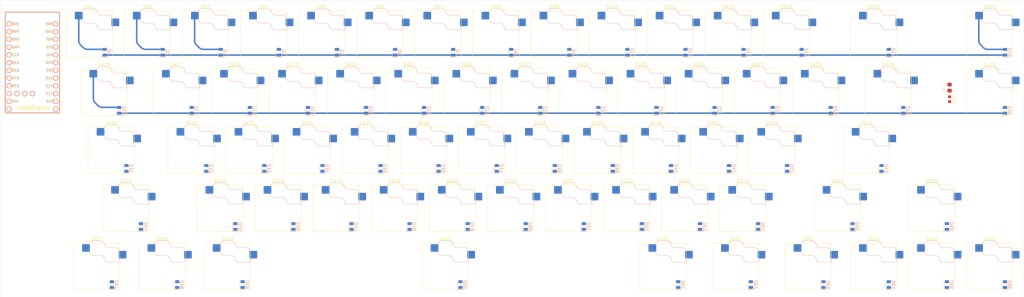
<source format=kicad_pcb>
(kicad_pcb (version 20240108) (generator "pcbnew") (generator_version "8.0")
  (layers (0 "F.Cu" signal) (31 "B.Cu" signal) (34 "B.Paste" user) (35 "F.Paste" user) (36 "B.SilkS" user "B.Silkscreen") (37 "F.SilkS" user "F.Silkscreen") (38 "B.Mask" user) (39 "F.Mask" user) (44 "Edge.Cuts" user))
  (net 0 "")
  (net 1 "Net-(D1-A)")
  (net 2 "ROW0")
  (net 3 "Net-(D2-A)")
  (net 4 "Net-(D3-A)")
  (net 5 "Net-(D4-A)")
  (net 6 "Net-(D5-A)")
  (net 7 "Net-(D6-A)")
  (net 8 "Net-(D7-A)")
  (net 9 "Net-(D8-A)")
  (net 10 "Net-(D9-A)")
  (net 11 "Net-(D10-A)")
  (net 12 "Net-(D11-A)")
  (net 13 "Net-(D12-A)")
  (net 14 "Net-(D13-A)")
  (net 15 "Net-(D14-A)")
  (net 16 "Net-(D15-A)")
  (net 17 "ROW1")
  (net 18 "Net-(D16-A)")
  (net 19 "Net-(D17-A)")
  (net 20 "Net-(D18-A)")
  (net 21 "Net-(D19-A)")
  (net 22 "Net-(D20-A)")
  (net 23 "Net-(D21-A)")
  (net 24 "Net-(D22-A)")
  (net 25 "Net-(D23-A)")
  (net 26 "Net-(D24-A)")
  (net 27 "Net-(D25-A)")
  (net 28 "Net-(D26-A)")
  (net 29 "Net-(D27-A)")
  (net 30 "Net-(D28-A)")
  (net 31 "ROW2")
  (net 32 "Net-(D29-A)")
  (net 33 "Net-(D30-A)")
  (net 34 "Net-(D31-A)")
  (net 35 "Net-(D32-A)")
  (net 36 "Net-(D33-A)")
  (net 37 "Net-(D34-A)")
  (net 38 "Net-(D35-A)")
  (net 39 "Net-(D36-A)")
  (net 40 "Net-(D37-A)")
  (net 41 "Net-(D38-A)")
  (net 42 "Net-(D39-A)")
  (net 43 "Net-(D40-A)")
  (net 44 "Net-(D41-A)")
  (net 45 "Net-(D42-A)")
  (net 46 "ROW3")
  (net 47 "Net-(D43-A)")
  (net 48 "Net-(D44-A)")
  (net 49 "Net-(D45-A)")
  (net 50 "Net-(D46-A)")
  (net 51 "Net-(D47-A)")
  (net 52 "Net-(D48-A)")
  (net 53 "Net-(D49-A)")
  (net 54 "Net-(D50-A)")
  (net 55 "Net-(D51-A)")
  (net 56 "Net-(D52-A)")
  (net 57 "Net-(D53-A)")
  (net 58 "Net-(D54-A)")
  (net 59 "Net-(D55-A)")
  (net 60 "Net-(D56-A)")
  (net 61 "ROW4")
  (net 62 "Net-(D57-A)")
  (net 63 "Net-(D58-A)")
  (net 64 "Net-(D59-A)")
  (net 65 "Net-(D60-A)")
  (net 66 "Net-(D61-A)")
  (net 67 "Net-(D62-A)")
  (net 68 "Net-(D63-A)")
  (net 69 "Net-(D64-A)")
  (net 70 "Net-(D65-A)")
  (net 71 "Net-(D66-A)")
  (net 72 "COL0")
  (net 73 "COL1")
  (net 74 "COL2")
  (net 75 "COL3")
  (net 76 "COL4")
  (net 77 "COL5")
  (net 78 "COL6")
  (net 79 "COL7")
  (net 80 "COL8")
  (net 81 "COL9")
  (net 82 "COL10")
  (net 83 "COL11")
  (net 84 "COL12")
  (net 85 "COL13")
  (net 87 "CAPS_LED")
  (net 88 "Net-(D67-K)")
  (net 91 "COL14")
  (net 95 "GND")
  (footprint "PCM_Switch_Keyboard_Hotswap_Kailh:SW_Hotswap_Kailh_Choc_V1V2_6.25u" (layer "F.Cu") (at 155.98125 125.8)
    (property "Reference" "SW60")
    (property "Value" "SW_Push")
  )
  (footprint "PCM_Switch_Keyboard_Hotswap_Kailh:SW_Hotswap_Kailh_Choc_V1V2" (layer "F.Cu") (at 229.8 49.6)
    (property "Reference" "SW11")
    (property "Value" "SW_Push")
  )
  (footprint "PCM_Switch_Keyboard_Hotswap_Kailh:SW_Hotswap_Kailh_Choc_V1V2" (layer "F.Cu") (at 315.525 125.8)
    (property "Reference" "SW65")
    (property "Value" "SW_Push")
  )
  (footprint "PCM_Switch_Keyboard_Hotswap_Kailh:SW_Hotswap_Kailh_Choc_V1V2" (layer "F.Cu") (at 191.7 49.6)
    (property "Reference" "SW9")
    (property "Value" "SW_Push")
  )
  (footprint "PCM_Switch_Keyboard_Hotswap_Kailh:SW_Hotswap_Kailh_Choc_V1V2" (layer "F.Cu") (at 158.3625 106.75)
    (property "Reference" "SW49")
    (property "Value" "SW_Push")
  )
  (footprint "PCM_Switch_Keyboard_Hotswap_Kailh:SW_Hotswap_Kailh_Choc_V1V2" (layer "F.Cu") (at 267.9 49.6)
    (property "Reference" "SW13")
    (property "Value" "SW_Push")
  )
  (footprint "PCM_Switch_Keyboard_Hotswap_Kailh:SW_Hotswap_Kailh_Choc_V1V2_2.25u" (layer "F.Cu") (at 51.20625 106.75)
    (property "Reference" "SW44")
    (property "Value" "SW_Push")
  )
  (footprint "PCM_Switch_Keyboard_Hotswap_Kailh:SW_Hotswap_Kailh_Choc_V1V2" (layer "F.Cu") (at 196.4625 106.75)
    (property "Reference" "SW51")
    (property "Value" "SW_Push")
  )
  (footprint "PCM_Switch_Keyboard_Hotswap_Kailh:SW_Hotswap_Kailh_Choc_V1V2" (layer "F.Cu") (at 225.0375 87.7)
    (property "Reference" "SW40")
    (property "Value" "SW_Push")
  )
  (footprint "PCM_Switch_Keyboard_Hotswap_Kailh:SW_Hotswap_Kailh_Choc_V1V2" (layer "F.Cu") (at 294.09375 87.7)
    (property "Reference" "SW43")
    (property "Value" "SW_Push")
  )
  (footprint "PCM_Switch_Keyboard_Hotswap_Kailh:SW_Hotswap_Kailh_Choc_V1V2" (layer "F.Cu") (at 153.6 49.6)
    (property "Reference" "SW7")
    (property "Value" "SW_Push")
  )
  (footprint "PCM_Switch_Keyboard_Hotswap_Kailh:SW_Hotswap_Kailh_Choc_V1V2" (layer "F.Cu") (at 251.23125 125.8)
    (property "Reference" "SW62")
    (property "Value" "SW_Push")
  )
  (footprint "PCM_Switch_Keyboard_Hotswap_Kailh:SW_Hotswap_Kailh_Choc_V1V2" (layer "F.Cu") (at 44.0625 68.65)
    (property "Reference" "SW16")
    (property "Value" "SW_Push")
  )
  (footprint "PCM_Switch_Keyboard_Hotswap_Kailh:SW_Hotswap_Kailh_Choc_V1V2" (layer "F.Cu") (at 58.35 49.6)
    (property "Reference" "SW2")
    (property "Value" "SW_Push")
  )
  (footprint "PCM_Switch_Keyboard_Hotswap_Kailh:SW_Hotswap_Kailh_Choc_V1V2" (layer "F.Cu") (at 120.2625 106.75)
    (property "Reference" "SW47")
    (property "Value" "SW_Push")
  )
  (footprint "PCM_Switch_Keyboard_Hotswap_Kailh:SW_Hotswap_Kailh_Choc_V1V2" (layer "F.Cu") (at 182.175 68.65)
    (property "Reference" "SW23")
    (property "Value" "SW_Push")
  )
  (footprint "PCM_Switch_Keyboard_Hotswap_Kailh:SW_Hotswap_Kailh_Choc_V1V2" (layer "F.Cu") (at 210.75 49.6)
    (property "Reference" "SW10")
    (property "Value" "SW_Push")
  )
  (footprint "PCM_Switch_Keyboard_Hotswap_Kailh:SW_Hotswap_Kailh_Choc_V1V2" (layer "F.Cu") (at 46.44375 87.7)
    (property "Reference" "SW31")
    (property "Value" "SW_Push")
  )
  (footprint "PCM_Switch_Keyboard_Hotswap_Kailh:SW_Hotswap_Kailh_Choc_V1V2" (layer "F.Cu") (at 82.1625 106.75)
    (property "Reference" "SW45")
    (property "Value" "SW_Push")
  )
  (footprint "PCM_Switch_Keyboard_Hotswap_Kailh:SW_Hotswap_Kailh_Choc_V1V2" (layer "F.Cu") (at 172.65 49.6)
    (property "Reference" "SW8")
    (property "Value" "SW_Push")
  )
  (footprint "PCM_Switch_Keyboard_Hotswap_Kailh:SW_Hotswap_Kailh_Choc_V1V2" (layer "F.Cu") (at 129.7875 87.7)
    (property "Reference" "SW35")
    (property "Value" "SW_Push")
  )
  (footprint "PCM_Switch_Keyboard_Hotswap_Kailh:SW_Hotswap_Kailh_Choc_V1V2" (layer "F.Cu") (at 41.68125 125.8)
    (property "Reference" "SW57")
    (property "Value" "SW_Push")
  )
  (footprint "PCM_Switch_Keyboard_Hotswap_Kailh:SW_Hotswap_Kailh_Choc_V1V2" (layer "F.Cu") (at 220.275 68.65)
    (property "Reference" "SW25")
    (property "Value" "SW_Push")
  )
  (footprint "PCM_Switch_Keyboard_Hotswap_Kailh:SW_Hotswap_Kailh_Choc_V1V2" (layer "F.Cu") (at 105.975 68.65)
    (property "Reference" "SW19")
    (property "Value" "SW_Push")
  )
  (footprint "PCM_Switch_Keyboard_Hotswap_Kailh:SW_Hotswap_Kailh_Choc_V1V2" (layer "F.Cu") (at 163.125 68.65)
    (property "Reference" "SW22")
    (property "Value" "SW_Push")
  )
  (footprint "PCM_Switch_Keyboard_Hotswap_Kailh:SW_Hotswap_Kailh_Choc_V1V2" (layer "F.Cu") (at 234.5625 106.75)
    (property "Reference" "SW53")
    (property "Value" "SW_Push")
  )
  (footprint "PCM_Switch_Keyboard_Hotswap_Kailh:SW_Hotswap_Kailh_Choc_V1V2" (layer "F.Cu") (at 63.1125 125.8)
    (property "Reference" "SW58")
    (property "Value" "SW_Push")
  )
  (footprint "PCM_Switch_Keyboard_Hotswap_Kailh:SW_Hotswap_Kailh_Choc_V1V2" (layer "F.Cu") (at 253.6125 106.75)
    (property "Reference" "SW54")
    (property "Value" "SW_Push")
  )
  (footprint "PCM_Switch_Keyboard_Hotswap_Kailh:SW_Hotswap_Kailh_Choc_V1V2" (layer "F.Cu") (at 263.1375 87.7)
    (property "Reference" "SW42")
    (property "Value" "SW_Push")
  )
  (footprint "PCM_Switch_Keyboard_Hotswap_Kailh:SW_Hotswap_Kailh_Choc_V1V2" (layer "F.Cu") (at 167.8875 87.7)
    (property "Reference" "SW37")
    (property "Value" "SW_Push")
  )
  (footprint "PCM_Switch_Keyboard_Hotswap_Kailh:SW_Hotswap_Kailh_Choc_V1V2" (layer "F.Cu") (at 186.9375 87.7)
    (property "Reference" "SW38")
    (property "Value" "SW_Push")
  )
  (footprint "PCM_Switch_Keyboard_Hotswap_Kailh:SW_Hotswap_Kailh_Choc_V1V2" (layer "F.Cu") (at 139.3125 106.75)
    (property "Reference" "SW48")
    (property "Value" "SW_Push")
  )
  (footprint "PCM_Switch_Keyboard_Hotswap_Kailh:SW_Hotswap_Kailh_Choc_V1V2" (layer "F.Cu") (at 275.04375 125.8)
    (property "Reference" "SW63")
    (property "Value" "SW_Push")
  )
  (footprint "PCM_Switch_Keyboard_Hotswap_Kailh:SW_Hotswap_Kailh_Choc_V1V2" (layer "F.Cu") (at 84.54375 125.8)
    (property "Reference" "SW59")
    (property "Value" "SW_Push")
  )
  (footprint "PCM_Switch_Keyboard_Hotswap_Kailh:SW_Hotswap_Kailh_Choc_V1V2" (layer "F.Cu") (at 91.6875 87.7)
    (property "Reference" "SW33")
    (property "Value" "SW_Push")
  )
  (footprint "PCM_Switch_Keyboard_Hotswap_Kailh:SW_Hotswap_Kailh_Choc_V1V2" (layer "F.Cu") (at 205.9875 87.7)
    (property "Reference" "SW39")
    (property "Value" "SW_Push")
  )
  (footprint "PCM_Switch_Keyboard_Hotswap_Kailh:SW_Hotswap_Kailh_Choc_V1V2_2.25u" (layer "F.Cu") (at 284.56875 106.75)
    (property "Reference" "SW55")
    (property "Value" "SW_Push")
  )
  (footprint "PCM_Switch_Keyboard_Hotswap_Kailh:SW_Hotswap_Kailh_Choc_V1V2" (layer "F.Cu") (at 39.3 49.6)
    (property "Reference" "SW1")
    (property "Value" "SW_Push")
  )
  (footprint "PCM_Switch_Keyboard_Hotswap_Kailh:SW_Hotswap_Kailh_Choc_V1V2" (layer "F.Cu") (at 334.575 125.8)
    (property "Reference" "SW66")
    (property "Value" "SW_Push")
  )
  (footprint "PCM_Switch_Keyboard_Hotswap_Kailh:SW_Hotswap_Kailh_Choc_V1V2" (layer "F.Cu") (at 296.475 49.6)
    (property "Reference" "SW14")
    (property "Value" "SW_Push")
  )
  (footprint "PCM_Switch_Keyboard_Hotswap_Kailh:SW_Hotswap_Kailh_Choc_V1V2" (layer "F.Cu") (at 115.5 49.6)
    (property "Reference" "SW5")
    (property "Value" "SW_Push")
  )
  (footprint "PCM_Switch_Keyboard_Hotswap_Kailh:SW_Hotswap_Kailh_Choc_V1V2" (layer "F.Cu") (at 144.075 68.65)
    (property "Reference" "SW21")
    (property "Value" "SW_Push")
  )
  (footprint "PCM_Switch_Keyboard_Hotswap_Kailh:SW_Hotswap_Kailh_Choc_V1V2" (layer "F.Cu") (at 301.2375 68.65)
    (property "Reference" "SW29")
    (property "Value" "SW_Push")
  )
  (footprint "PCM_Switch_Keyboard_Hotswap_Kailh:SW_Hotswap_Kailh_Choc_V1V2" (layer "F.Cu") (at 277.425 68.65)
    (property "Reference" "SW28")
    (property "Value" "SW_Push")
  )
  (footprint "PCM_Switch_Keyboard_Hotswap_Kailh:SW_Hotswap_Kailh_Choc_V1V2" (layer "F.Cu") (at 101.2125 106.75)
    (property "Reference" "SW46")
    (property "Value" "SW_Push")
  )
  (footprint "PCM_Switch_Keyboard_Hotswap_Kailh:SW_Hotswap_Kailh_Choc_V1V2" (layer "F.Cu") (at 258.375 68.65)
    (property "Reference" "SW27")
    (property "Value" "SW_Push")
  )
  (footprint "Resistor_SMD:R_0805_2012Metric_Pad1.20x1.40mm_HandSolder" (layer "F.Cu") (at 321.4 67.2125 90)
    (property "Reference" "R1")
    (property "Value" "1k")
  )
  (footprint "PCM_Switch_Keyboard_Hotswap_Kailh:SW_Hotswap_Kailh_Choc_V1V2" (layer "F.Cu") (at 334.575 68.65)
    (property "Reference" "SW30")
    (property "Value" "SW_Push")
  )
  (footprint "PCM_Switch_Keyboard_Hotswap_Kailh:SW_Hotswap_Kailh_Choc_V1V2" (layer "F.Cu") (at 110.7375 87.7)
    (property "Reference" "SW34")
    (property "Value" "SW_Push")
  )
  (footprint "PCM_Switch_Keyboard_Hotswap_Kailh:SW_Hotswap_Kailh_Choc_V1V2" (layer "F.Cu") (at 248.85 49.6)
    (property "Reference" "SW12")
    (property "Value" "SW_Push")
  )
  (footprint "Nice!Nano:nice_nano" (layer "F.Cu") (at 20.62 60.27 -90)
    (property "Reference" "U1" (hide yes))
    (property "Value" "nice_nano" (hide yes))
  )
  (footprint "PCM_Switch_Keyboard_Hotswap_Kailh:SW_Hotswap_Kailh_Choc_V1V2" (layer "F.Cu") (at 72.6375 87.7)
    (property "Reference" "SW32")
    (property "Value" "SW_Push")
  )
  (footprint "PCM_Switch_Keyboard_Hotswap_Kailh:SW_Hotswap_Kailh_Choc_V1V2" (layer "F.Cu") (at 67.875 68.65)
    (property "Reference" "SW17")
    (property "Value" "SW_Push")
  )
  (footprint "PCM_Switch_Keyboard_Hotswap_Kailh:SW_Hotswap_Kailh_Choc_V1V2" (layer "F.Cu") (at 315.525 106.75)
    (property "Reference" "SW56")
    (property "Value" "SW_Push")
  )
  (footprint "PCM_Switch_Keyboard_Hotswap_Kailh:SW_Hotswap_Kailh_Choc_V1V2" (layer "F.Cu") (at 227.41875 125.8)
    (property "Reference" "SW61")
    (property "Value" "SW_Push")
  )
  (footprint "PCM_Switch_Keyboard_Hotswap_Kailh:SW_Hotswap_Kailh_Choc_V1V2" (layer "F.Cu") (at 201.225 68.65)
    (property "Reference" "SW24")
    (property "Value" "SW_Push")
  )
  (footprint "PCM_Switch_Keyboard_Hotswap_Kailh:SW_Hotswap_Kailh_Choc_V1V2" (layer "F.Cu") (at 96.45 49.6)
    (property "Reference" "SW4")
    (property "Value" "SW_Push")
  )
  (footprint "PCM_Switch_Keyboard_Hotswap_Kailh:SW_Hotswap_Kailh_Choc_V1V2" (layer "F.Cu") (at 215.5125 106.75)
    (property "Reference" "SW52")
    (property "Value" "SW_Push")
  )
  (footprint "PCM_Switch_Keyboard_Hotswap_Kailh:SW_Hotswap_Kailh_Choc_V1V2" (layer "F.Cu") (at 244.0875 87.7)
    (property "Reference" "SW41")
    (property "Value" "SW_Push")
  )
  (footprint "LED_SMD:LED_0603_1608Metric" (layer "F.Cu") (at 321.4 71 -90)
    (property "Reference" "D67")
    (property "Value" "LED")
  )
  (footprint "PCM_Switch_Keyboard_Hotswap_Kailh:SW_Hotswap_Kailh_Choc_V1V2" (layer "F.Cu") (at 334.575 49.6)
    (property "Reference" "SW15")
    (property "Value" "SW_Push")
  )
  (footprint "PCM_Switch_Keyboard_Hotswap_Kailh:SW_Hotswap_Kailh_Choc_V1V2" (layer "F.Cu") (at 177.4125 106.75)
    (property "Reference" "SW50")
    (property "Value" "SW_Push")
  )
  (footprint "PCM_Switch_Keyboard_Hotswap_Kailh:SW_Hotswap_Kailh_Choc_V1V2" (layer "F.Cu") (at 77.4 49.6)
    (property "Reference" "SW3")
    (property "Value" "SW_Push")
  )
  (footprint "PCM_Switch_Keyboard_Hotswap_Kailh:SW_Hotswap_Kailh_Choc_V1V2" (layer "F.Cu") (at 86.925 68.65)
    (property "Reference" "SW18")
    (property "Value" "SW_Push")
  )
  (footprint "PCM_Switch_Keyboard_Hotswap_Kailh:SW_Hotswap_Kailh_Choc_V1V2" (layer "F.Cu") (at 239.325 68.65)
    (property "Reference" "SW26")
    (property "Value" "SW_Push")
  )
  (footprint "PCM_Switch_Keyboard_Hotswap_Kailh:SW_Hotswap_Kailh_Choc_V1V2" (layer "F.Cu") (at 296.475 125.8)
    (property "Reference" "SW64")
    (property "Value" "SW_Push")
  )
  (footprint "PCM_Switch_Keyboard_Hotswap_Kailh:SW_Hotswap_Kailh_Choc_V1V2" (layer "F.Cu") (at 125.025 68.65)
    (property "Reference" "SW20")
    (property "Value" "SW_Push")
  )
  (footprint "PCM_Switch_Keyboard_Hotswap_Kailh:SW_Hotswap_Kailh_Choc_V1V2" (layer "F.Cu") (at 134.55 49.6)
    (property "Reference" "SW6")
    (property "Value" "SW_Push")
  )
  (footprint "PCM_Switch_Keyboard_Hotswap_Kailh:SW_Hotswap_Kailh_Choc_V1V2" (layer "F.Cu") (at 148.8375 87.7)
    (property "Reference" "SW36")
    (property "Value" "SW_Push")
  )
  (footprint "Diode_SMD:D_0805_2012Metric" (layer "B.Cu") (at 191.9375 93.7 90)
    (property "Reference" "D38")
    (property "Value" "CD4148W")
  )
  (footprint "Diode_SMD:D_0805_2012Metric" (layer "B.Cu") (at 299.09375 93.7 90)
    (property "Reference" "D43")
    (property "Value" "CD4148W")
  )
  (footprint "Diode_SMD:D_0805_2012Metric" (layer "B.Cu") (at 282.425 74.65 90)
    (property "Reference" "D28")
    (property "Value" "CD4148W")
  )
  (footprint "Diode_SMD:D_0805_2012Metric" (layer "B.Cu") (at 77.6375 93.7 90)
    (property "Reference" "D32")
    (property "Value" "CD4148W")
  )
  (footprint "Diode_SMD:D_0805_2012Metric" (layer "B.Cu") (at 339.575 55.6 90)
    (property "Reference" "D15")
    (property "Value" "CD4148W")
  )
  (footprint "Diode_SMD:D_0805_2012Metric" (layer "B.Cu") (at 230.0375 93.7 90)
    (property "Reference" "D40")
    (property "Value" "CD4148W")
  )
  (footprint "Diode_SMD:D_0805_2012Metric" (layer "B.Cu") (at 89.54375 131.8 90)
    (property "Reference" "D59")
    (property "Value" "CD4148W")
  )
  (footprint "Diode_SMD:D_0805_2012Metric" (layer "B.Cu") (at 210.9875 93.7 90)
    (property "Reference" "D39")
    (property "Value" "CD4148W")
  )
  (footprint "Diode_SMD:D_0805_2012Metric" (layer "B.Cu") (at 96.6875 93.7 90)
    (property "Reference" "D33")
    (property "Value" "CD4148W")
  )
  (footprint "Diode_SMD:D_0805_2012Metric" (layer "B.Cu") (at 306.2375 74.65 90)
    (property "Reference" "D29")
    (property "Value" "CD4148W")
  )
  (footprint "Diode_SMD:D_0805_2012Metric" (layer "B.Cu") (at 253.85 55.6 90)
    (property "Reference" "D12")
    (property "Value" "CD4148W")
  )
  (footprint "Diode_SMD:D_0805_2012Metric" (layer "B.Cu") (at 289.56875 112.75 90)
    (property "Reference" "D55")
    (property "Value" "CD4148W")
  )
  (footprint "Diode_SMD:D_0805_2012Metric" (layer "B.Cu") (at 172.8875 93.7 90)
    (property "Reference" "D37")
    (property "Value" "CD4148W")
  )
  (footprint "Diode_SMD:D_0805_2012Metric" (layer "B.Cu") (at 120.5 55.6 90)
    (property "Reference" "D5")
    (property "Value" "CD4148W")
  )
  (footprint "Diode_SMD:D_0805_2012Metric" (layer "B.Cu") (at 160.98125 131.8 90)
    (property "Reference" "D60")
    (property "Value" "CD4148W")
  )
  (footprint "Diode_SMD:D_0805_2012Metric" (layer "B.Cu") (at 101.45 55.6 90)
    (property "Reference" "D4")
    (property "Value" "CD4148W")
  )
  (footprint "Diode_SMD:D_0805_2012Metric" (layer "B.Cu") (at 46.68125 131.8 90)
    (property "Reference" "D57")
    (property "Value" "CD4148W")
  )
  (footprint "Diode_SMD:D_0805_2012Metric" (layer "B.Cu") (at 134.7875 93.7 90)
    (property "Reference" "D35")
    (property "Value" "CD4148W")
  )
  (footprint "Diode_SMD:D_0805_2012Metric" (layer "B.Cu") (at 320.525 131.8 90)
    (property "Reference" "D65")
    (property "Value" "CD4148W")
  )
  (footprint "Diode_SMD:D_0805_2012Metric" (layer "B.Cu") (at 49.0625 74.65 90)
    (property "Reference" "D16")
    (property "Value" "CD4148W")
  )
  (footprint "Diode_SMD:D_0805_2012Metric" (layer "B.Cu") (at 301.475 131.8 90)
    (property "Reference" "D64")
    (property "Value" "CD4148W")
  )
  (footprint "Diode_SMD:D_0805_2012Metric" (layer "B.Cu") (at 56.20625 112.75 90)
    (property "Reference" "D44")
    (property "Value" "CD4148W")
  )
  (footprint "Diode_SMD:D_0805_2012Metric" (layer "B.Cu") (at 115.7375 93.7 90)
    (property "Reference" "D34")
    (property "Value" "CD4148W")
  )
  (footprint "Diode_SMD:D_0805_2012Metric" (layer "B.Cu") (at 187.175 74.65 90)
    (property "Reference" "D23")
    (property "Value" "CD4148W")
  )
  (footprint "Diode_SMD:D_0805_2012Metric" (layer "B.Cu") (at 256.23125 131.8 90)
    (property "Reference" "D62")
    (property "Value" "CD4148W")
  )
  (footprint "Diode_SMD:D_0805_2012Metric" (layer "B.Cu") (at 63.35 55.6 90)
    (property "Reference" "D2")
    (property "Value" "CD4148W")
  )
  (footprint "Diode_SMD:D_0805_2012Metric" (layer "B.Cu") (at 153.8375 93.7 90)
    (property "Reference" "D36")
    (property "Value" "CD4148W")
  )
  (footprint "Diode_SMD:D_0805_2012Metric" (layer "B.Cu") (at 244.325 74.65 90)
    (property "Reference" "D26")
    (property "Value" "CD4148W")
  )
  (footprint "Diode_SMD:D_0805_2012Metric" (layer "B.Cu") (at 263.375 74.65 90)
    (property "Reference" "D27")
    (property "Value" "CD4148W")
  )
  (footprint "Diode_SMD:D_0805_2012Metric" (layer "B.Cu") (at 168.125 74.65 90)
    (property "Reference" "D22")
    (property "Value" "CD4148W")
  )
  (footprint "Diode_SMD:D_0805_2012Metric" (layer "B.Cu") (at 130.025 74.65 90)
    (property "Reference" "D20")
    (property "Value" "CD4148W")
  )
  (footprint "Diode_SMD:D_0805_2012Metric" (layer "B.Cu") (at 215.75 55.6 90)
    (property "Reference" "D10")
    (property "Value" "CD4148W")
  )
  (footprint "Diode_SMD:D_0805_2012Metric" (layer "B.Cu") (at 201.4625 112.75 90)
    (property "Reference" "D51")
    (property "Value" "CD4148W")
  )
  (footprint "Diode_SMD:D_0805_2012Metric" (layer "B.Cu") (at 320.525 112.75 90)
    (property "Reference" "D56")
    (property "Value" "CD4148W")
  )
  (footprint "Diode_SMD:D_0805_2012Metric" (layer "B.Cu") (at 158.6 55.6 90)
    (property "Reference" "D7")
    (property "Value" "CD4148W")
  )
  (footprint "Diode_SMD:D_0805_2012Metric" (layer "B.Cu") (at 232.41875 131.8 90)
    (property "Reference" "D61")
    (property "Value" "CD4148W")
  )
  (footprint "Diode_SMD:D_0805_2012Metric" (layer "B.Cu") (at 220.5125 112.75 90)
    (property "Reference" "D52")
    (property "Value" "CD4148W")
  )
  (footprint "Diode_SMD:D_0805_2012Metric" (layer "B.Cu") (at 106.2125 112.75 90)
    (property "Reference" "D46")
    (property "Value" "CD4148W")
  )
  (footprint "Diode_SMD:D_0805_2012Metric" (layer "B.Cu") (at 149.075 74.65 90)
    (property "Reference" "D21")
    (property "Value" "CD4148W")
  )
  (footprint "Diode_SMD:D_0805_2012Metric" (layer "B.Cu") (at 339.575 74.65 90)
    (property "Reference" "D30")
    (property "Value" "CD4148W")
  )
  (footprint "Diode_SMD:D_0805_2012Metric" (layer "B.Cu") (at 144.3125 112.75 90)
    (property "Reference" "D48")
    (property "Value" "CD4148W")
  )
  (footprint "Diode_SMD:D_0805_2012Metric" (layer "B.Cu") (at 82.4 55.6 90)
    (property "Reference" "D3")
    (property "Value" "CD4148W")
  )
  (footprint "Diode_SMD:D_0805_2012Metric" (layer "B.Cu") (at 110.975 74.65 90)
    (property "Reference" "D19")
    (property "Value" "CD4148W")
  )
  (footprint "Diode_SMD:D_0805_2012Metric" (layer "B.Cu") (at 206.225 74.65 90)
    (property "Reference" "D24")
    (property "Value" "CD4148W")
  )
  (footprint "Diode_SMD:D_0805_2012Metric" (layer "B.Cu") (at 44.3 55.6 90)
    (property "Reference" "D1")
    (property "Value" "CD4148W")
  )
  (footprint "Diode_SMD:D_0805_2012Metric" (layer "B.Cu") (at 87.1625 112.75 90)
    (property "Reference" "D45")
    (property "Value" "CD4148W")
  )
  (footprint "Diode_SMD:D_0805_2012Metric" (layer "B.Cu") (at 234.8 55.6 90)
    (property "Reference" "D11")
    (property "Value" "CD4148W")
  )
  (footprint "Diode_SMD:D_0805_2012Metric" (layer "B.Cu") (at 139.55 55.6 90)
    (property "Reference" "D6")
    (property "Value" "CD4148W")
  )
  (footprint "Diode_SMD:D_0805_2012Metric" (layer "B.Cu") (at 91.925 74.65 90)
    (property "Reference" "D18")
    (property "Value" "CD4148W")
  )
  (footprint "Diode_SMD:D_0805_2012Metric" (layer "B.Cu") (at 280.04375 131.8 90)
    (property "Reference" "D63")
    (property "Value" "CD4148W")
  )
  (footprint "Diode_SMD:D_0805_2012Metric" (layer "B.Cu") (at 258.6125 112.75 90)
    (property "Reference" "D54")
    (property "Value" "CD4148W")
  )
  (footprint "Diode_SMD:D_0805_2012Metric" (layer "B.Cu") (at 249.0875 93.7 90)
    (property "Reference" "D41")
    (property "Value" "CD4148W")
  )
  (footprint "Diode_SMD:D_0805_2012Metric" (layer "B.Cu") (at 177.65 55.6 90)
    (property "Reference" "D8")
    (property "Value" "CD4148W")
  )
  (footprint "Diode_SMD:D_0805_2012Metric" (layer "B.Cu") (at 272.9 55.6 90)
    (property "Reference" "D13")
    (property "Value" "CD4148W")
  )
  (footprint "Diode_SMD:D_0805_2012Metric" (layer "B.Cu") (at 301.475 55.6 90)
    (property "Reference" "D14")
    (property "Value" "CD4148W")
  )
  (footprint "Diode_SMD:D_0805_2012Metric" (layer "B.Cu") (at 182.4125 112.75 90)
    (property "Reference" "D50")
    (property "Value" "CD4148W")
  )
  (footprint "Diode_SMD:D_0805_2012Metric" (layer "B.Cu") (at 239.5625 112.75 90)
    (property "Reference" "D53")
    (property "Value" "CD4148W")
  )
  (footprint "Diode_SMD:D_0805_2012Metric" (layer "B.Cu") (at 125.2625 112.75 90)
    (property "Reference" "D47")
    (property "Value" "CD4148W")
  )
  (footprint "Diode_SMD:D_0805_2012Metric" (layer "B.Cu") (at 72.875 74.65 90)
    (property "Reference" "D17")
    (property "Value" "CD4148W")
  )
  (footprint "Diode_SMD:D_0805_2012Metric" (layer "B.Cu") (at 163.3625 112.75 90)
    (property "Reference" "D49")
    (property "Value" "CD4148W")
  )
  (footprint "Diode_SMD:D_0805_2012Metric" (layer "B.Cu") (at 339.575 131.8 90)
    (property "Reference" "D66")
    (property "Value" "CD4148W")
  )
  (footprint "Diode_SMD:D_0805_2012Metric" (layer "B.Cu") (at 51.44375 93.7 90)
    (property "Reference" "D31")
    (property "Value" "CD4148W")
  )
  (footprint "Diode_SMD:D_0805_2012Metric" (layer "B.Cu") (at 268.1375 93.7 90)
    (property "Reference" "D42")
    (property "Value" "CD4148W")
  )
  (footprint "Diode_SMD:D_0805_2012Metric" (layer "B.Cu") (at 225.275 74.65 90)
    (property "Reference" "D25")
    (property "Value" "CD4148W")
  )
  (footprint "Diode_SMD:D_0805_2012Metric" (layer "B.Cu") (at 68.1125 131.8 90)
    (property "Reference" "D58")
    (property "Value" "CD4148W")
  )
  (footprint "Diode_SMD:D_0805_2012Metric" (layer "B.Cu") (at 196.7 55.6 90)
    (property "Reference" "D9")
    (property "Value" "CD4148W")
  )
  (gr_rect (start 10 38.5) (end 345.8 135.9) (stroke (width 0.05)) (fill none) (layer "Edge.Cuts"))
  (segment (start 38.690927 54.6625) (end 44.3 54.6625) (width 0.5) (layer "B.Cu") (net 1))
  (segment (start 36.385787 53.185787) (end 37.276714 54.076714) (width 0.5) (layer "B.Cu") (net 1))
  (segment (start 35.8 43.6) (end 35.8 51.771573) (width 0.5) (layer "B.Cu") (net 1))
  (arc (start 35.8 51.771573) (mid 35.952241 52.53694) (end 36.385787 53.185787) (width 0.5) (layer "B.Cu") (net 1))
  (arc (start 38.690927 54.6625) (mid 37.92556 54.510259) (end 37.276714 54.076714) (width 0.5) (layer "B.Cu") (net 1))
  (segment (start 177.65 56.5375) (end 196.7 56.5375) (width 0.5) (layer "B.Cu") (net 2))
  (segment (start 215.75 56.5375) (end 234.8 56.5375) (width 0.5) (layer "B.Cu") (net 2))
  (segment (start 44.3 56.5375) (end 63.35 56.5375) (width 0.5) (layer "B.Cu") (net 2))
  (segment (start 63.35 56.5375) (end 82.4 56.5375) (width 0.5) (layer "B.Cu") (net 2))
  (segment (start 120.5 56.5375) (end 139.55 56.5375) (width 0.5) (layer "B.Cu") (net 2))
  (segment (start 101.45 56.5375) (end 120.5 56.5375) (width 0.5) (layer "B.Cu") (net 2))
  (segment (start 82.4 56.5375) (end 101.45 56.5375) (width 0.5) (layer "B.Cu") (net 2))
  (segment (start 158.6 56.5375) (end 177.65 56.5375) (width 0.5) (layer "B.Cu") (net 2))
  (segment (start 234.8 56.5375) (end 339.575 56.5375) (width 0.5) (layer "B.Cu") (net 2))
  (segment (start 196.7 56.5375) (end 215.75 56.5375) (width 0.5) (layer "B.Cu") (net 2))
  (segment (start 139.55 56.5375) (end 158.6 56.5375) (width 0.5) (layer "B.Cu") (net 2))
  (segment (start 55.385787 53.185787) (end 56.276714 54.076714) (width 0.5) (layer "B.Cu") (net 3))
  (segment (start 57.690927 54.6625) (end 63.3 54.6625) (width 0.5) (layer "B.Cu") (net 3))
  (segment (start 54.8 43.6) (end 54.8 51.771573) (width 0.5) (layer "B.Cu") (net 3))
  (arc (start 57.690927 54.6625) (mid 56.92556 54.510259) (end 56.276714 54.076714) (width 0.5) (layer "B.Cu") (net 3))
  (arc (start 54.8 51.771573) (mid 54.952241 52.53694) (end 55.385787 53.185787) (width 0.5) (layer "B.Cu") (net 3))
  (segment (start 76.690927 54.6625) (end 82.3 54.6625) (width 0.5) (layer "B.Cu") (net 4))
  (segment (start 74.385787 53.185787) (end 75.276714 54.076714) (width 0.5) (layer "B.Cu") (net 4))
  (segment (start 73.8 43.6) (end 73.8 51.771573) (width 0.5) (layer "B.Cu") (net 4))
  (arc (start 73.8 51.771573) (mid 73.952241 52.53694) (end 74.385787 53.185787) (width 0.5) (layer "B.Cu") (net 4))
  (arc (start 76.690927 54.6625) (mid 75.92556 54.510259) (end 75.276714 54.076714) (width 0.5) (layer "B.Cu") (net 4))
  (segment (start 333.890927 54.6625) (end 339.5 54.6625) (width 0.5) (layer "B.Cu") (net 16))
  (segment (start 331.585787 53.185787) (end 332.476714 54.076714) (width 0.5) (layer "B.Cu") (net 16))
  (segment (start 331 43.6) (end 331 51.771573) (width 0.5) (layer "B.Cu") (net 16))
  (arc (start 331 51.771573) (mid 331.152241 52.53694) (end 331.585787 53.185787) (width 0.5) (layer "B.Cu") (net 16))
  (arc (start 333.890927 54.6625) (mid 333.12556 54.510259) (end 332.476714 54.076714) (width 0.5) (layer "B.Cu") (net 16))
  (segment (start 49.0625 75.5875) (end 306.2375 75.5875) (width 0.5) (layer "B.Cu") (net 17))
  (segment (start 306.2375 75.5875) (end 339.575 75.5875) (width 0.5) (layer "B.Cu") (net 17))
  (segment (start 41.185787 72.185787) (end 42.076714 73.076714) (width 0.5) (layer "B.Cu") (net 18))
  (segment (start 40.6 62.6) (end 40.6 70.771573) (width 0.5) (layer "B.Cu") (net 18))
  (segment (start 43.490927 73.6625) (end 49.1 73.6625) (width 0.5) (layer "B.Cu") (net 18))
  (arc (start 43.490927 73.6625) (mid 42.72556 73.510259) (end 42.076714 73.076714) (width 0.5) (layer "B.Cu") (net 18))
  (arc (start 40.6 70.771573) (mid 40.752241 71.53694) (end 41.185787 72.185787) (width 0.5) (layer "B.Cu") (net 18))
)
</source>
